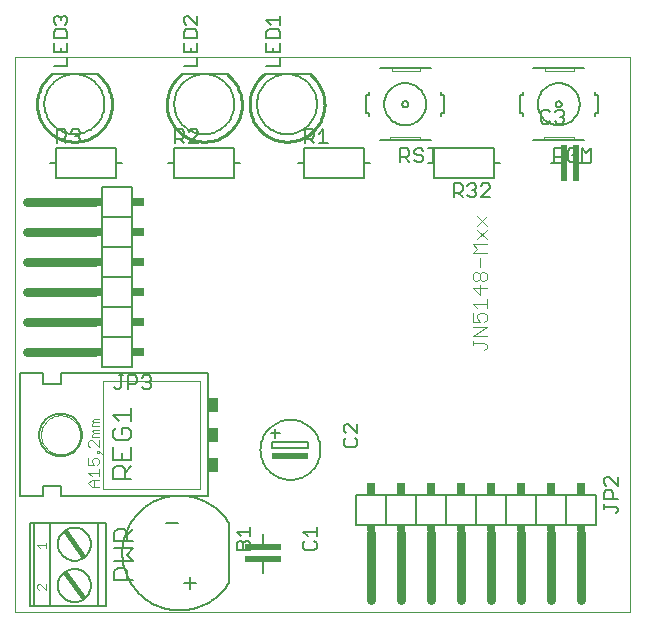
<source format=gto>
G75*
G70*
%OFA0B0*%
%FSLAX24Y24*%
%IPPOS*%
%LPD*%
%AMOC8*
5,1,8,0,0,1.08239X$1,22.5*
%
%ADD10C,0.0000*%
%ADD11R,0.1200X0.0200*%
%ADD12C,0.0050*%
%ADD13C,0.0070*%
%ADD14C,0.0160*%
%ADD15C,0.0059*%
%ADD16C,0.0040*%
%ADD17C,0.0060*%
%ADD18C,0.0020*%
%ADD19R,0.0200X0.1200*%
%ADD20C,0.0080*%
%ADD21C,0.0100*%
%ADD22C,0.0300*%
%ADD23R,0.0200X0.0300*%
%ADD24R,0.0400X0.0300*%
%ADD25R,0.0300X0.0200*%
%ADD26R,0.0300X0.0400*%
%ADD27R,0.0350X0.0500*%
D10*
X000258Y000893D02*
X000258Y019397D01*
X020731Y019397D01*
X020731Y000893D01*
X000258Y000893D01*
X001114Y006798D02*
X001116Y006848D01*
X001122Y006898D01*
X001132Y006948D01*
X001145Y006996D01*
X001162Y007044D01*
X001183Y007090D01*
X001207Y007134D01*
X001235Y007176D01*
X001266Y007216D01*
X001300Y007253D01*
X001337Y007288D01*
X001376Y007319D01*
X001417Y007348D01*
X001461Y007373D01*
X001507Y007395D01*
X001554Y007413D01*
X001602Y007427D01*
X001651Y007438D01*
X001701Y007445D01*
X001751Y007448D01*
X001802Y007447D01*
X001852Y007442D01*
X001902Y007433D01*
X001950Y007421D01*
X001998Y007404D01*
X002044Y007384D01*
X002089Y007361D01*
X002132Y007334D01*
X002172Y007304D01*
X002210Y007271D01*
X002245Y007235D01*
X002278Y007196D01*
X002307Y007155D01*
X002333Y007112D01*
X002356Y007067D01*
X002375Y007020D01*
X002390Y006972D01*
X002402Y006923D01*
X002410Y006873D01*
X002414Y006823D01*
X002414Y006773D01*
X002410Y006723D01*
X002402Y006673D01*
X002390Y006624D01*
X002375Y006576D01*
X002356Y006529D01*
X002333Y006484D01*
X002307Y006441D01*
X002278Y006400D01*
X002245Y006361D01*
X002210Y006325D01*
X002172Y006292D01*
X002132Y006262D01*
X002089Y006235D01*
X002044Y006212D01*
X001998Y006192D01*
X001950Y006175D01*
X001902Y006163D01*
X001852Y006154D01*
X001802Y006149D01*
X001751Y006148D01*
X001701Y006151D01*
X001651Y006158D01*
X001602Y006169D01*
X001554Y006183D01*
X001507Y006201D01*
X001461Y006223D01*
X001417Y006248D01*
X001376Y006277D01*
X001337Y006308D01*
X001300Y006343D01*
X001266Y006380D01*
X001235Y006420D01*
X001207Y006462D01*
X001183Y006506D01*
X001162Y006552D01*
X001145Y006600D01*
X001132Y006648D01*
X001122Y006698D01*
X001116Y006748D01*
X001114Y006798D01*
D11*
X008526Y003061D03*
X008526Y002661D03*
X009428Y006098D03*
D12*
X008428Y006298D02*
X008430Y006361D01*
X008436Y006423D01*
X008446Y006485D01*
X008459Y006547D01*
X008477Y006607D01*
X008498Y006666D01*
X008523Y006724D01*
X008552Y006780D01*
X008584Y006834D01*
X008619Y006886D01*
X008657Y006935D01*
X008699Y006983D01*
X008743Y007027D01*
X008791Y007069D01*
X008840Y007107D01*
X008892Y007142D01*
X008946Y007174D01*
X009002Y007203D01*
X009060Y007228D01*
X009119Y007249D01*
X009179Y007267D01*
X009241Y007280D01*
X009303Y007290D01*
X009365Y007296D01*
X009428Y007298D01*
X009491Y007296D01*
X009553Y007290D01*
X009615Y007280D01*
X009677Y007267D01*
X009737Y007249D01*
X009796Y007228D01*
X009854Y007203D01*
X009910Y007174D01*
X009964Y007142D01*
X010016Y007107D01*
X010065Y007069D01*
X010113Y007027D01*
X010157Y006983D01*
X010199Y006935D01*
X010237Y006886D01*
X010272Y006834D01*
X010304Y006780D01*
X010333Y006724D01*
X010358Y006666D01*
X010379Y006607D01*
X010397Y006547D01*
X010410Y006485D01*
X010420Y006423D01*
X010426Y006361D01*
X010428Y006298D01*
X010426Y006235D01*
X010420Y006173D01*
X010410Y006111D01*
X010397Y006049D01*
X010379Y005989D01*
X010358Y005930D01*
X010333Y005872D01*
X010304Y005816D01*
X010272Y005762D01*
X010237Y005710D01*
X010199Y005661D01*
X010157Y005613D01*
X010113Y005569D01*
X010065Y005527D01*
X010016Y005489D01*
X009964Y005454D01*
X009910Y005422D01*
X009854Y005393D01*
X009796Y005368D01*
X009737Y005347D01*
X009677Y005329D01*
X009615Y005316D01*
X009553Y005306D01*
X009491Y005300D01*
X009428Y005298D01*
X009365Y005300D01*
X009303Y005306D01*
X009241Y005316D01*
X009179Y005329D01*
X009119Y005347D01*
X009060Y005368D01*
X009002Y005393D01*
X008946Y005422D01*
X008892Y005454D01*
X008840Y005489D01*
X008791Y005527D01*
X008743Y005569D01*
X008699Y005613D01*
X008657Y005661D01*
X008619Y005710D01*
X008584Y005762D01*
X008552Y005816D01*
X008523Y005872D01*
X008498Y005930D01*
X008477Y005989D01*
X008459Y006049D01*
X008446Y006111D01*
X008436Y006173D01*
X008430Y006235D01*
X008428Y006298D01*
X008828Y006348D02*
X010028Y006348D01*
X010028Y006548D01*
X008828Y006548D01*
X008828Y006348D01*
X008928Y006698D02*
X008928Y006998D01*
X009078Y006848D02*
X008778Y006848D01*
X011202Y006938D02*
X011277Y006863D01*
X011202Y006938D02*
X011202Y007088D01*
X011277Y007163D01*
X011352Y007163D01*
X011653Y006863D01*
X011653Y007163D01*
X011578Y006703D02*
X011653Y006628D01*
X011653Y006477D01*
X011578Y006402D01*
X011277Y006402D01*
X011202Y006477D01*
X011202Y006628D01*
X011277Y006703D01*
X010301Y003726D02*
X010301Y003426D01*
X010301Y003576D02*
X009851Y003576D01*
X010001Y003426D01*
X009926Y003266D02*
X009851Y003191D01*
X009851Y003040D01*
X009926Y002965D01*
X010226Y002965D01*
X010301Y003040D01*
X010301Y003191D01*
X010226Y003266D01*
X008526Y003511D02*
X008526Y003011D01*
X008526Y002661D02*
X008526Y002211D01*
X008085Y002955D02*
X008085Y003181D01*
X008010Y003256D01*
X007935Y003256D01*
X007860Y003181D01*
X007860Y002955D01*
X008085Y002955D02*
X007635Y002955D01*
X007635Y003181D01*
X007710Y003256D01*
X007785Y003256D01*
X007860Y003181D01*
X007785Y003416D02*
X007635Y003566D01*
X008085Y003566D01*
X008085Y003416D02*
X008085Y003716D01*
X004698Y008335D02*
X004547Y008335D01*
X004472Y008410D01*
X004623Y008560D02*
X004698Y008560D01*
X004773Y008485D01*
X004773Y008410D01*
X004698Y008335D01*
X004698Y008560D02*
X004773Y008635D01*
X004773Y008710D01*
X004698Y008785D01*
X004547Y008785D01*
X004472Y008710D01*
X004312Y008710D02*
X004312Y008560D01*
X004237Y008485D01*
X004012Y008485D01*
X004012Y008335D02*
X004012Y008785D01*
X004237Y008785D01*
X004312Y008710D01*
X003852Y008785D02*
X003702Y008785D01*
X003777Y008785D02*
X003777Y008410D01*
X003702Y008335D01*
X003627Y008335D01*
X003552Y008410D01*
X001677Y003156D02*
X001679Y003203D01*
X001685Y003249D01*
X001695Y003295D01*
X001708Y003339D01*
X001726Y003383D01*
X001747Y003424D01*
X001771Y003464D01*
X001799Y003502D01*
X001830Y003537D01*
X001864Y003569D01*
X001900Y003598D01*
X001939Y003624D01*
X001979Y003647D01*
X002022Y003666D01*
X002066Y003682D01*
X002111Y003694D01*
X002157Y003702D01*
X002204Y003706D01*
X002250Y003706D01*
X002297Y003702D01*
X002343Y003694D01*
X002388Y003682D01*
X002432Y003666D01*
X002475Y003647D01*
X002515Y003624D01*
X002554Y003598D01*
X002590Y003569D01*
X002624Y003537D01*
X002655Y003502D01*
X002683Y003464D01*
X002707Y003424D01*
X002728Y003383D01*
X002746Y003339D01*
X002759Y003295D01*
X002769Y003249D01*
X002775Y003203D01*
X002777Y003156D01*
X002775Y003109D01*
X002769Y003063D01*
X002759Y003017D01*
X002746Y002973D01*
X002728Y002929D01*
X002707Y002888D01*
X002683Y002848D01*
X002655Y002810D01*
X002624Y002775D01*
X002590Y002743D01*
X002554Y002714D01*
X002515Y002688D01*
X002475Y002665D01*
X002432Y002646D01*
X002388Y002630D01*
X002343Y002618D01*
X002297Y002610D01*
X002250Y002606D01*
X002204Y002606D01*
X002157Y002610D01*
X002111Y002618D01*
X002066Y002630D01*
X002022Y002646D01*
X001979Y002665D01*
X001939Y002688D01*
X001900Y002714D01*
X001864Y002743D01*
X001830Y002775D01*
X001799Y002810D01*
X001771Y002848D01*
X001747Y002888D01*
X001726Y002929D01*
X001708Y002973D01*
X001695Y003017D01*
X001685Y003063D01*
X001679Y003109D01*
X001677Y003156D01*
X001677Y001778D02*
X001679Y001825D01*
X001685Y001871D01*
X001695Y001917D01*
X001708Y001961D01*
X001726Y002005D01*
X001747Y002046D01*
X001771Y002086D01*
X001799Y002124D01*
X001830Y002159D01*
X001864Y002191D01*
X001900Y002220D01*
X001939Y002246D01*
X001979Y002269D01*
X002022Y002288D01*
X002066Y002304D01*
X002111Y002316D01*
X002157Y002324D01*
X002204Y002328D01*
X002250Y002328D01*
X002297Y002324D01*
X002343Y002316D01*
X002388Y002304D01*
X002432Y002288D01*
X002475Y002269D01*
X002515Y002246D01*
X002554Y002220D01*
X002590Y002191D01*
X002624Y002159D01*
X002655Y002124D01*
X002683Y002086D01*
X002707Y002046D01*
X002728Y002005D01*
X002746Y001961D01*
X002759Y001917D01*
X002769Y001871D01*
X002775Y001825D01*
X002777Y001778D01*
X002775Y001731D01*
X002769Y001685D01*
X002759Y001639D01*
X002746Y001595D01*
X002728Y001551D01*
X002707Y001510D01*
X002683Y001470D01*
X002655Y001432D01*
X002624Y001397D01*
X002590Y001365D01*
X002554Y001336D01*
X002515Y001310D01*
X002475Y001287D01*
X002432Y001268D01*
X002388Y001252D01*
X002343Y001240D01*
X002297Y001232D01*
X002250Y001228D01*
X002204Y001228D01*
X002157Y001232D01*
X002111Y001240D01*
X002066Y001252D01*
X002022Y001268D01*
X001979Y001287D01*
X001939Y001310D01*
X001900Y001336D01*
X001864Y001365D01*
X001830Y001397D01*
X001799Y001432D01*
X001771Y001470D01*
X001747Y001510D01*
X001726Y001551D01*
X001708Y001595D01*
X001695Y001639D01*
X001685Y001685D01*
X001679Y001731D01*
X001677Y001778D01*
X014863Y014728D02*
X014863Y015179D01*
X015088Y015179D01*
X015163Y015104D01*
X015163Y014953D01*
X015088Y014878D01*
X014863Y014878D01*
X015013Y014878D02*
X015163Y014728D01*
X015323Y014803D02*
X015398Y014728D01*
X015548Y014728D01*
X015623Y014803D01*
X015623Y014878D01*
X015548Y014953D01*
X015473Y014953D01*
X015548Y014953D02*
X015623Y015028D01*
X015623Y015104D01*
X015548Y015179D01*
X015398Y015179D01*
X015323Y015104D01*
X015783Y015104D02*
X015859Y015179D01*
X016009Y015179D01*
X016084Y015104D01*
X016084Y015028D01*
X015783Y014728D01*
X016084Y014728D01*
X016219Y015353D02*
X016219Y015853D01*
X016219Y016353D01*
X014219Y016353D01*
X014219Y015853D01*
X014219Y015353D01*
X016219Y015353D01*
X016219Y015853D02*
X016419Y015853D01*
X017787Y017253D02*
X017862Y017178D01*
X018012Y017178D01*
X018087Y017253D01*
X018248Y017253D02*
X018323Y017178D01*
X018473Y017178D01*
X018548Y017253D01*
X018548Y017328D01*
X018473Y017403D01*
X018398Y017403D01*
X018473Y017403D02*
X018548Y017478D01*
X018548Y017554D01*
X018473Y017629D01*
X018323Y017629D01*
X018248Y017554D01*
X018087Y017554D02*
X018012Y017629D01*
X017862Y017629D01*
X017787Y017554D01*
X017787Y017253D01*
X018212Y016347D02*
X018438Y016347D01*
X018513Y016272D01*
X018513Y016122D01*
X018438Y016047D01*
X018212Y016047D01*
X018212Y015897D02*
X018212Y016347D01*
X018673Y016272D02*
X018673Y015972D01*
X018748Y015897D01*
X018898Y015897D01*
X018973Y015972D01*
X018973Y016122D01*
X018823Y016122D01*
X018973Y016272D02*
X018898Y016347D01*
X018748Y016347D01*
X018673Y016272D01*
X018612Y015853D02*
X018112Y015853D01*
X018962Y015853D02*
X019412Y015853D01*
X019433Y015897D02*
X019433Y016347D01*
X019283Y016197D01*
X019133Y016347D01*
X019133Y015897D01*
X014315Y016347D02*
X014015Y016347D01*
X014165Y016347D02*
X014165Y015897D01*
X014219Y015853D02*
X014019Y015853D01*
X013855Y015972D02*
X013780Y015897D01*
X013630Y015897D01*
X013555Y015972D01*
X013630Y016122D02*
X013555Y016197D01*
X013555Y016272D01*
X013630Y016347D01*
X013780Y016347D01*
X013855Y016272D01*
X013780Y016122D02*
X013855Y016047D01*
X013855Y015972D01*
X013780Y016122D02*
X013630Y016122D01*
X013394Y016122D02*
X013319Y016047D01*
X013094Y016047D01*
X013094Y015897D02*
X013094Y016347D01*
X013319Y016347D01*
X013394Y016272D01*
X013394Y016122D01*
X013244Y016047D02*
X013394Y015897D01*
X012088Y015853D02*
X011888Y015853D01*
X011888Y016353D01*
X009888Y016353D01*
X009888Y015853D01*
X009888Y015353D01*
X011888Y015353D01*
X011888Y015853D01*
X010674Y016528D02*
X010374Y016528D01*
X010524Y016528D02*
X010524Y016979D01*
X010374Y016828D01*
X010213Y016753D02*
X010138Y016678D01*
X009913Y016678D01*
X009913Y016528D02*
X009913Y016979D01*
X010138Y016979D01*
X010213Y016904D01*
X010213Y016753D01*
X010063Y016678D02*
X010213Y016528D01*
X009888Y015853D02*
X009688Y015853D01*
X007757Y015853D02*
X007557Y015853D01*
X007557Y016353D01*
X005557Y016353D01*
X005557Y015853D01*
X005557Y015353D01*
X007557Y015353D01*
X007557Y015853D01*
X006343Y016528D02*
X006043Y016528D01*
X006343Y016828D01*
X006343Y016904D01*
X006268Y016979D01*
X006118Y016979D01*
X006043Y016904D01*
X005883Y016904D02*
X005883Y016753D01*
X005808Y016678D01*
X005582Y016678D01*
X005582Y016528D02*
X005582Y016979D01*
X005808Y016979D01*
X005883Y016904D01*
X005733Y016678D02*
X005883Y016528D01*
X005557Y015853D02*
X005357Y015853D01*
X003820Y015853D02*
X003620Y015853D01*
X003620Y016353D01*
X001620Y016353D01*
X001620Y015853D01*
X001620Y015353D01*
X003620Y015353D01*
X003620Y015853D01*
X002406Y016603D02*
X002331Y016528D01*
X002181Y016528D01*
X002106Y016603D01*
X001946Y016528D02*
X001796Y016678D01*
X001871Y016678D02*
X001645Y016678D01*
X001645Y016528D02*
X001645Y016979D01*
X001871Y016979D01*
X001946Y016904D01*
X001946Y016753D01*
X001871Y016678D01*
X002106Y016904D02*
X002181Y016979D01*
X002331Y016979D01*
X002406Y016904D01*
X002406Y016828D01*
X002331Y016753D01*
X002406Y016678D01*
X002406Y016603D01*
X002331Y016753D02*
X002256Y016753D01*
X001620Y015853D02*
X001420Y015853D01*
X001541Y019097D02*
X001992Y019097D01*
X001992Y019397D01*
X001992Y019557D02*
X001992Y019857D01*
X001992Y020017D02*
X001992Y020243D01*
X001917Y020318D01*
X001616Y020318D01*
X001541Y020243D01*
X001541Y020017D01*
X001992Y020017D01*
X001767Y019707D02*
X001767Y019557D01*
X001992Y019557D02*
X001541Y019557D01*
X001541Y019857D01*
X001616Y020478D02*
X001541Y020553D01*
X001541Y020703D01*
X001616Y020778D01*
X001692Y020778D01*
X001767Y020703D01*
X001842Y020778D01*
X001917Y020778D01*
X001992Y020703D01*
X001992Y020553D01*
X001917Y020478D01*
X001767Y020628D02*
X001767Y020703D01*
X005872Y020703D02*
X005872Y020553D01*
X005947Y020478D01*
X005947Y020318D02*
X005872Y020243D01*
X005872Y020017D01*
X006322Y020017D01*
X006322Y020243D01*
X006247Y020318D01*
X005947Y020318D01*
X005872Y020703D02*
X005947Y020778D01*
X006022Y020778D01*
X006322Y020478D01*
X006322Y020778D01*
X006322Y019857D02*
X006322Y019557D01*
X005872Y019557D01*
X005872Y019857D01*
X006097Y019707D02*
X006097Y019557D01*
X006322Y019397D02*
X006322Y019097D01*
X005872Y019097D01*
X008628Y019097D02*
X009078Y019097D01*
X009078Y019397D01*
X009078Y019557D02*
X009078Y019857D01*
X009078Y020017D02*
X009078Y020243D01*
X009003Y020318D01*
X008703Y020318D01*
X008628Y020243D01*
X008628Y020017D01*
X009078Y020017D01*
X008853Y019707D02*
X008853Y019557D01*
X008628Y019557D02*
X008628Y019857D01*
X008628Y019557D02*
X009078Y019557D01*
X009078Y020478D02*
X009078Y020778D01*
X009078Y020628D02*
X008628Y020628D01*
X008778Y020478D01*
X019962Y005407D02*
X019887Y005332D01*
X019887Y005182D01*
X019962Y005107D01*
X019962Y004947D02*
X019887Y004872D01*
X019887Y004646D01*
X020338Y004646D01*
X020187Y004646D02*
X020187Y004872D01*
X020112Y004947D01*
X019962Y004947D01*
X020338Y005107D02*
X020037Y005407D01*
X019962Y005407D01*
X020338Y005407D02*
X020338Y005107D01*
X019887Y004486D02*
X019887Y004336D01*
X019887Y004411D02*
X020263Y004411D01*
X020338Y004336D01*
X020338Y004261D01*
X020263Y004186D01*
D13*
X004189Y003666D02*
X003979Y003456D01*
X003979Y003561D02*
X003979Y003245D01*
X004189Y003245D02*
X003559Y003245D01*
X003559Y003561D01*
X003664Y003666D01*
X003874Y003666D01*
X003979Y003561D01*
X004189Y003021D02*
X003559Y003021D01*
X003559Y002601D02*
X004189Y002601D01*
X003979Y002811D01*
X004189Y003021D01*
X003874Y002377D02*
X003664Y002377D01*
X003559Y002272D01*
X003559Y001956D01*
X004189Y001956D01*
X003979Y001956D02*
X003979Y002272D01*
X003874Y002377D01*
X003919Y005333D02*
X003919Y005648D01*
X003814Y005753D01*
X003603Y005753D01*
X003498Y005648D01*
X003498Y005333D01*
X004129Y005333D01*
X003919Y005543D02*
X004129Y005753D01*
X004129Y005978D02*
X004129Y006398D01*
X004024Y006622D02*
X004129Y006727D01*
X004129Y006937D01*
X004024Y007043D01*
X003814Y007043D01*
X003814Y006832D01*
X004024Y006622D02*
X003603Y006622D01*
X003498Y006727D01*
X003498Y006937D01*
X003603Y007043D01*
X003708Y007267D02*
X003498Y007477D01*
X004129Y007477D01*
X004129Y007267D02*
X004129Y007687D01*
X003498Y006398D02*
X003498Y005978D01*
X004129Y005978D01*
X003814Y005978D02*
X003814Y006188D01*
D14*
X001931Y003550D02*
X002522Y002763D01*
X001931Y002172D02*
X002522Y001385D01*
D15*
X003014Y001089D02*
X003014Y003845D01*
X003290Y003845D01*
X003290Y001089D01*
X003014Y001089D01*
X001400Y001089D01*
X000888Y001089D01*
X000888Y003845D01*
X001400Y003845D01*
X001400Y001089D01*
X000888Y001089D02*
X000731Y001089D01*
X000731Y003845D01*
X000888Y003845D01*
X001400Y003845D02*
X003014Y003845D01*
D16*
X003044Y005068D02*
X002810Y005068D01*
X002694Y005185D01*
X002810Y005302D01*
X003044Y005302D01*
X003044Y005427D02*
X003044Y005661D01*
X003044Y005544D02*
X002694Y005544D01*
X002810Y005427D01*
X002869Y005302D02*
X002869Y005068D01*
X002869Y005786D02*
X002810Y005903D01*
X002810Y005961D01*
X002869Y006020D01*
X002985Y006020D01*
X003044Y005961D01*
X003044Y005845D01*
X002985Y005786D01*
X002869Y005786D02*
X002694Y005786D01*
X002694Y006020D01*
X002985Y006204D02*
X003044Y006204D01*
X003044Y006262D01*
X002985Y006262D01*
X002985Y006204D01*
X003044Y006262D02*
X003161Y006145D01*
X003044Y006385D02*
X002810Y006618D01*
X002752Y006618D01*
X002694Y006560D01*
X002694Y006443D01*
X002752Y006385D01*
X002810Y006744D02*
X002810Y006802D01*
X002869Y006861D01*
X002810Y006919D01*
X002869Y006977D01*
X003044Y006977D01*
X003044Y006861D02*
X002869Y006861D01*
X002810Y006744D02*
X003044Y006744D01*
X003044Y006618D02*
X003044Y006385D01*
X003044Y007103D02*
X002810Y007103D01*
X002810Y007161D01*
X002869Y007220D01*
X002810Y007278D01*
X002869Y007336D01*
X003044Y007336D01*
X003044Y007220D02*
X002869Y007220D01*
X001267Y003206D02*
X001267Y003020D01*
X001267Y003113D02*
X000987Y003113D01*
X001080Y003020D01*
X001080Y001828D02*
X001033Y001828D01*
X000987Y001782D01*
X000987Y001688D01*
X001033Y001642D01*
X001080Y001828D02*
X001267Y001642D01*
X001267Y001828D01*
X015502Y009785D02*
X015502Y009938D01*
X015502Y009861D02*
X015886Y009861D01*
X015963Y009785D01*
X015963Y009708D01*
X015886Y009631D01*
X015963Y010091D02*
X015502Y010091D01*
X015963Y010398D01*
X015502Y010398D01*
X015502Y010552D02*
X015733Y010552D01*
X015656Y010705D01*
X015656Y010782D01*
X015733Y010859D01*
X015886Y010859D01*
X015963Y010782D01*
X015963Y010629D01*
X015886Y010552D01*
X015502Y010552D02*
X015502Y010859D01*
X015656Y011012D02*
X015502Y011166D01*
X015963Y011166D01*
X015963Y011319D02*
X015963Y011012D01*
X015733Y011473D02*
X015733Y011779D01*
X015809Y011933D02*
X015733Y012010D01*
X015733Y012163D01*
X015809Y012240D01*
X015886Y012240D01*
X015963Y012163D01*
X015963Y012010D01*
X015886Y011933D01*
X015809Y011933D01*
X015733Y012010D02*
X015656Y011933D01*
X015579Y011933D01*
X015502Y012010D01*
X015502Y012163D01*
X015579Y012240D01*
X015656Y012240D01*
X015733Y012163D01*
X015733Y012393D02*
X015733Y012700D01*
X015963Y012854D02*
X015502Y012854D01*
X015656Y013007D01*
X015502Y013160D01*
X015963Y013160D01*
X015963Y013314D02*
X015656Y013621D01*
X015656Y013774D02*
X015963Y014081D01*
X015963Y013774D02*
X015656Y014081D01*
X015963Y013621D02*
X015656Y013314D01*
X015502Y011703D02*
X015733Y011473D01*
X015963Y011703D02*
X015502Y011703D01*
D17*
X014100Y016622D02*
X013750Y016622D01*
X012750Y016622D01*
X012400Y016622D01*
X012050Y017422D02*
X012050Y017522D01*
X011950Y017522D01*
X011950Y018122D01*
X012050Y018122D01*
X012050Y018222D01*
X012400Y019022D02*
X012800Y019022D01*
X013750Y019022D01*
X014100Y019022D01*
X014450Y018222D02*
X014450Y018122D01*
X014550Y018122D01*
X014550Y017522D01*
X014450Y017522D01*
X014450Y017422D01*
X013150Y017822D02*
X013152Y017842D01*
X013158Y017860D01*
X013167Y017878D01*
X013179Y017893D01*
X013194Y017905D01*
X013212Y017914D01*
X013230Y017920D01*
X013250Y017922D01*
X013270Y017920D01*
X013288Y017914D01*
X013306Y017905D01*
X013321Y017893D01*
X013333Y017878D01*
X013342Y017860D01*
X013348Y017842D01*
X013350Y017822D01*
X013348Y017802D01*
X013342Y017784D01*
X013333Y017766D01*
X013321Y017751D01*
X013306Y017739D01*
X013288Y017730D01*
X013270Y017724D01*
X013250Y017722D01*
X013230Y017724D01*
X013212Y017730D01*
X013194Y017739D01*
X013179Y017751D01*
X013167Y017766D01*
X013158Y017784D01*
X013152Y017802D01*
X013150Y017822D01*
X012550Y017822D02*
X012552Y017874D01*
X012558Y017926D01*
X012568Y017978D01*
X012581Y018028D01*
X012598Y018078D01*
X012619Y018126D01*
X012644Y018172D01*
X012672Y018216D01*
X012703Y018258D01*
X012737Y018298D01*
X012774Y018335D01*
X012814Y018369D01*
X012856Y018400D01*
X012900Y018428D01*
X012946Y018453D01*
X012994Y018474D01*
X013044Y018491D01*
X013094Y018504D01*
X013146Y018514D01*
X013198Y018520D01*
X013250Y018522D01*
X013302Y018520D01*
X013354Y018514D01*
X013406Y018504D01*
X013456Y018491D01*
X013506Y018474D01*
X013554Y018453D01*
X013600Y018428D01*
X013644Y018400D01*
X013686Y018369D01*
X013726Y018335D01*
X013763Y018298D01*
X013797Y018258D01*
X013828Y018216D01*
X013856Y018172D01*
X013881Y018126D01*
X013902Y018078D01*
X013919Y018028D01*
X013932Y017978D01*
X013942Y017926D01*
X013948Y017874D01*
X013950Y017822D01*
X013948Y017770D01*
X013942Y017718D01*
X013932Y017666D01*
X013919Y017616D01*
X013902Y017566D01*
X013881Y017518D01*
X013856Y017472D01*
X013828Y017428D01*
X013797Y017386D01*
X013763Y017346D01*
X013726Y017309D01*
X013686Y017275D01*
X013644Y017244D01*
X013600Y017216D01*
X013554Y017191D01*
X013506Y017170D01*
X013456Y017153D01*
X013406Y017140D01*
X013354Y017130D01*
X013302Y017124D01*
X013250Y017122D01*
X013198Y017124D01*
X013146Y017130D01*
X013094Y017140D01*
X013044Y017153D01*
X012994Y017170D01*
X012946Y017191D01*
X012900Y017216D01*
X012856Y017244D01*
X012814Y017275D01*
X012774Y017309D01*
X012737Y017346D01*
X012703Y017386D01*
X012672Y017428D01*
X012644Y017472D01*
X012619Y017518D01*
X012598Y017566D01*
X012581Y017616D01*
X012568Y017666D01*
X012558Y017718D01*
X012552Y017770D01*
X012550Y017822D01*
X008313Y017822D02*
X008315Y017885D01*
X008321Y017947D01*
X008331Y018009D01*
X008344Y018071D01*
X008362Y018131D01*
X008383Y018190D01*
X008408Y018248D01*
X008437Y018304D01*
X008469Y018358D01*
X008504Y018410D01*
X008542Y018459D01*
X008584Y018507D01*
X008628Y018551D01*
X008676Y018593D01*
X008725Y018631D01*
X008777Y018666D01*
X008831Y018698D01*
X008887Y018727D01*
X008945Y018752D01*
X009004Y018773D01*
X009064Y018791D01*
X009126Y018804D01*
X009188Y018814D01*
X009250Y018820D01*
X009313Y018822D01*
X009376Y018820D01*
X009438Y018814D01*
X009500Y018804D01*
X009562Y018791D01*
X009622Y018773D01*
X009681Y018752D01*
X009739Y018727D01*
X009795Y018698D01*
X009849Y018666D01*
X009901Y018631D01*
X009950Y018593D01*
X009998Y018551D01*
X010042Y018507D01*
X010084Y018459D01*
X010122Y018410D01*
X010157Y018358D01*
X010189Y018304D01*
X010218Y018248D01*
X010243Y018190D01*
X010264Y018131D01*
X010282Y018071D01*
X010295Y018009D01*
X010305Y017947D01*
X010311Y017885D01*
X010313Y017822D01*
X010311Y017759D01*
X010305Y017697D01*
X010295Y017635D01*
X010282Y017573D01*
X010264Y017513D01*
X010243Y017454D01*
X010218Y017396D01*
X010189Y017340D01*
X010157Y017286D01*
X010122Y017234D01*
X010084Y017185D01*
X010042Y017137D01*
X009998Y017093D01*
X009950Y017051D01*
X009901Y017013D01*
X009849Y016978D01*
X009795Y016946D01*
X009739Y016917D01*
X009681Y016892D01*
X009622Y016871D01*
X009562Y016853D01*
X009500Y016840D01*
X009438Y016830D01*
X009376Y016824D01*
X009313Y016822D01*
X009250Y016824D01*
X009188Y016830D01*
X009126Y016840D01*
X009064Y016853D01*
X009004Y016871D01*
X008945Y016892D01*
X008887Y016917D01*
X008831Y016946D01*
X008777Y016978D01*
X008725Y017013D01*
X008676Y017051D01*
X008628Y017093D01*
X008584Y017137D01*
X008542Y017185D01*
X008504Y017234D01*
X008469Y017286D01*
X008437Y017340D01*
X008408Y017396D01*
X008383Y017454D01*
X008362Y017513D01*
X008344Y017573D01*
X008331Y017635D01*
X008321Y017697D01*
X008315Y017759D01*
X008313Y017822D01*
X005557Y017822D02*
X005559Y017885D01*
X005565Y017947D01*
X005575Y018009D01*
X005588Y018071D01*
X005606Y018131D01*
X005627Y018190D01*
X005652Y018248D01*
X005681Y018304D01*
X005713Y018358D01*
X005748Y018410D01*
X005786Y018459D01*
X005828Y018507D01*
X005872Y018551D01*
X005920Y018593D01*
X005969Y018631D01*
X006021Y018666D01*
X006075Y018698D01*
X006131Y018727D01*
X006189Y018752D01*
X006248Y018773D01*
X006308Y018791D01*
X006370Y018804D01*
X006432Y018814D01*
X006494Y018820D01*
X006557Y018822D01*
X006620Y018820D01*
X006682Y018814D01*
X006744Y018804D01*
X006806Y018791D01*
X006866Y018773D01*
X006925Y018752D01*
X006983Y018727D01*
X007039Y018698D01*
X007093Y018666D01*
X007145Y018631D01*
X007194Y018593D01*
X007242Y018551D01*
X007286Y018507D01*
X007328Y018459D01*
X007366Y018410D01*
X007401Y018358D01*
X007433Y018304D01*
X007462Y018248D01*
X007487Y018190D01*
X007508Y018131D01*
X007526Y018071D01*
X007539Y018009D01*
X007549Y017947D01*
X007555Y017885D01*
X007557Y017822D01*
X007555Y017759D01*
X007549Y017697D01*
X007539Y017635D01*
X007526Y017573D01*
X007508Y017513D01*
X007487Y017454D01*
X007462Y017396D01*
X007433Y017340D01*
X007401Y017286D01*
X007366Y017234D01*
X007328Y017185D01*
X007286Y017137D01*
X007242Y017093D01*
X007194Y017051D01*
X007145Y017013D01*
X007093Y016978D01*
X007039Y016946D01*
X006983Y016917D01*
X006925Y016892D01*
X006866Y016871D01*
X006806Y016853D01*
X006744Y016840D01*
X006682Y016830D01*
X006620Y016824D01*
X006557Y016822D01*
X006494Y016824D01*
X006432Y016830D01*
X006370Y016840D01*
X006308Y016853D01*
X006248Y016871D01*
X006189Y016892D01*
X006131Y016917D01*
X006075Y016946D01*
X006021Y016978D01*
X005969Y017013D01*
X005920Y017051D01*
X005872Y017093D01*
X005828Y017137D01*
X005786Y017185D01*
X005748Y017234D01*
X005713Y017286D01*
X005681Y017340D01*
X005652Y017396D01*
X005627Y017454D01*
X005606Y017513D01*
X005588Y017573D01*
X005575Y017635D01*
X005565Y017697D01*
X005559Y017759D01*
X005557Y017822D01*
X004158Y015060D02*
X003158Y015060D01*
X003158Y014060D01*
X003158Y013060D01*
X003158Y012060D01*
X003158Y011060D01*
X003158Y010060D01*
X003158Y009060D01*
X004158Y009060D01*
X004158Y010060D01*
X004158Y011060D01*
X004158Y012060D01*
X004158Y013060D01*
X004158Y014060D01*
X004158Y015060D01*
X004158Y014060D02*
X003158Y014060D01*
X003158Y013060D02*
X004158Y013060D01*
X004158Y012060D02*
X003158Y012060D01*
X003158Y011060D02*
X004158Y011060D01*
X004158Y010060D02*
X003158Y010060D01*
X001764Y008848D02*
X001764Y008498D01*
X001164Y008498D01*
X001164Y008848D01*
X000414Y008848D01*
X000414Y004748D01*
X001164Y004748D01*
X001164Y005098D01*
X001764Y005098D01*
X001764Y004748D01*
X006664Y004748D01*
X006664Y008848D01*
X001764Y008848D01*
X001054Y006798D02*
X001056Y006851D01*
X001062Y006904D01*
X001072Y006956D01*
X001086Y007007D01*
X001103Y007057D01*
X001124Y007106D01*
X001149Y007153D01*
X001177Y007198D01*
X001209Y007241D01*
X001244Y007281D01*
X001281Y007318D01*
X001321Y007353D01*
X001364Y007385D01*
X001409Y007413D01*
X001456Y007438D01*
X001505Y007459D01*
X001555Y007476D01*
X001606Y007490D01*
X001658Y007500D01*
X001711Y007506D01*
X001764Y007508D01*
X001817Y007506D01*
X001870Y007500D01*
X001922Y007490D01*
X001973Y007476D01*
X002023Y007459D01*
X002072Y007438D01*
X002119Y007413D01*
X002164Y007385D01*
X002207Y007353D01*
X002247Y007318D01*
X002284Y007281D01*
X002319Y007241D01*
X002351Y007198D01*
X002379Y007153D01*
X002404Y007106D01*
X002425Y007057D01*
X002442Y007007D01*
X002456Y006956D01*
X002466Y006904D01*
X002472Y006851D01*
X002474Y006798D01*
X002472Y006745D01*
X002466Y006692D01*
X002456Y006640D01*
X002442Y006589D01*
X002425Y006539D01*
X002404Y006490D01*
X002379Y006443D01*
X002351Y006398D01*
X002319Y006355D01*
X002284Y006315D01*
X002247Y006278D01*
X002207Y006243D01*
X002164Y006211D01*
X002119Y006183D01*
X002072Y006158D01*
X002023Y006137D01*
X001973Y006120D01*
X001922Y006106D01*
X001870Y006096D01*
X001817Y006090D01*
X001764Y006088D01*
X001711Y006090D01*
X001658Y006096D01*
X001606Y006106D01*
X001555Y006120D01*
X001505Y006137D01*
X001456Y006158D01*
X001409Y006183D01*
X001364Y006211D01*
X001321Y006243D01*
X001281Y006278D01*
X001244Y006315D01*
X001209Y006355D01*
X001177Y006398D01*
X001149Y006443D01*
X001124Y006490D01*
X001103Y006539D01*
X001086Y006589D01*
X001072Y006640D01*
X001062Y006692D01*
X001056Y006745D01*
X001054Y006798D01*
X005270Y003861D02*
X005670Y003861D01*
X007370Y003861D02*
X007319Y003940D01*
X007265Y004016D01*
X007206Y004089D01*
X007144Y004160D01*
X007079Y004227D01*
X007011Y004291D01*
X006940Y004351D01*
X006865Y004408D01*
X006788Y004462D01*
X006709Y004511D01*
X006627Y004557D01*
X006543Y004598D01*
X006457Y004635D01*
X006369Y004669D01*
X006280Y004697D01*
X006190Y004722D01*
X006098Y004742D01*
X006006Y004757D01*
X005913Y004768D01*
X005820Y004774D01*
X005726Y004776D01*
X005632Y004773D01*
X005539Y004766D01*
X005446Y004754D01*
X005354Y004737D01*
X005263Y004716D01*
X005173Y004691D01*
X005084Y004661D01*
X004997Y004627D01*
X004911Y004589D01*
X004828Y004546D01*
X004746Y004500D01*
X004667Y004449D01*
X004591Y004395D01*
X004517Y004337D01*
X004447Y004276D01*
X004379Y004211D01*
X004315Y004143D01*
X004254Y004072D01*
X004196Y003998D01*
X004142Y003921D01*
X004092Y003842D01*
X004046Y003761D01*
X004005Y003677D01*
X003967Y003591D01*
X003933Y003504D01*
X003904Y003415D01*
X003879Y003325D01*
X003859Y003233D01*
X003843Y003141D01*
X003831Y003048D01*
X003824Y002955D01*
X003822Y002861D01*
X003824Y002767D01*
X003831Y002674D01*
X003843Y002581D01*
X003859Y002489D01*
X003879Y002397D01*
X003904Y002307D01*
X003933Y002218D01*
X003967Y002131D01*
X004005Y002045D01*
X004046Y001961D01*
X004092Y001880D01*
X004142Y001801D01*
X004196Y001724D01*
X004254Y001650D01*
X004315Y001579D01*
X004379Y001511D01*
X004447Y001446D01*
X004517Y001385D01*
X004591Y001327D01*
X004667Y001273D01*
X004746Y001222D01*
X004828Y001176D01*
X004911Y001133D01*
X004997Y001095D01*
X005084Y001061D01*
X005173Y001031D01*
X005263Y001006D01*
X005354Y000985D01*
X005446Y000968D01*
X005539Y000956D01*
X005632Y000949D01*
X005726Y000946D01*
X005820Y000948D01*
X005913Y000954D01*
X006006Y000965D01*
X006098Y000980D01*
X006190Y001000D01*
X006280Y001025D01*
X006369Y001053D01*
X006457Y001087D01*
X006543Y001124D01*
X006627Y001165D01*
X006709Y001211D01*
X006788Y001260D01*
X006865Y001314D01*
X006940Y001371D01*
X007011Y001431D01*
X007079Y001495D01*
X007144Y001562D01*
X007206Y001633D01*
X007265Y001706D01*
X007319Y001782D01*
X007370Y001861D01*
X007370Y003861D01*
X006070Y002061D02*
X006070Y001661D01*
X006270Y001861D02*
X005870Y001861D01*
X011613Y003792D02*
X012613Y003792D01*
X013613Y003792D01*
X014613Y003792D01*
X015613Y003792D01*
X016613Y003792D01*
X017613Y003792D01*
X018613Y003792D01*
X019613Y003792D01*
X019613Y004792D01*
X018613Y004792D01*
X017613Y004792D01*
X016613Y004792D01*
X015613Y004792D01*
X014613Y004792D01*
X013613Y004792D01*
X012613Y004792D01*
X011613Y004792D01*
X011613Y003792D01*
X012613Y003792D02*
X012613Y004792D01*
X013613Y004792D02*
X013613Y003792D01*
X014613Y003792D02*
X014613Y004792D01*
X015613Y004792D02*
X015613Y003792D01*
X016613Y003792D02*
X016613Y004792D01*
X017613Y004792D02*
X017613Y003792D01*
X018613Y003792D02*
X018613Y004792D01*
X018869Y016622D02*
X017869Y016622D01*
X017519Y016622D01*
X017169Y017422D02*
X017169Y017522D01*
X017069Y017522D01*
X017069Y018122D01*
X017169Y018122D01*
X017169Y018222D01*
X017519Y019022D02*
X017919Y019022D01*
X018869Y019022D01*
X019219Y019022D01*
X019569Y018222D02*
X019569Y018122D01*
X019669Y018122D01*
X019669Y017522D01*
X019569Y017522D01*
X019569Y017422D01*
X019219Y016622D02*
X018869Y016622D01*
X018269Y017822D02*
X018271Y017842D01*
X018277Y017860D01*
X018286Y017878D01*
X018298Y017893D01*
X018313Y017905D01*
X018331Y017914D01*
X018349Y017920D01*
X018369Y017922D01*
X018389Y017920D01*
X018407Y017914D01*
X018425Y017905D01*
X018440Y017893D01*
X018452Y017878D01*
X018461Y017860D01*
X018467Y017842D01*
X018469Y017822D01*
X018467Y017802D01*
X018461Y017784D01*
X018452Y017766D01*
X018440Y017751D01*
X018425Y017739D01*
X018407Y017730D01*
X018389Y017724D01*
X018369Y017722D01*
X018349Y017724D01*
X018331Y017730D01*
X018313Y017739D01*
X018298Y017751D01*
X018286Y017766D01*
X018277Y017784D01*
X018271Y017802D01*
X018269Y017822D01*
X017669Y017822D02*
X017671Y017874D01*
X017677Y017926D01*
X017687Y017978D01*
X017700Y018028D01*
X017717Y018078D01*
X017738Y018126D01*
X017763Y018172D01*
X017791Y018216D01*
X017822Y018258D01*
X017856Y018298D01*
X017893Y018335D01*
X017933Y018369D01*
X017975Y018400D01*
X018019Y018428D01*
X018065Y018453D01*
X018113Y018474D01*
X018163Y018491D01*
X018213Y018504D01*
X018265Y018514D01*
X018317Y018520D01*
X018369Y018522D01*
X018421Y018520D01*
X018473Y018514D01*
X018525Y018504D01*
X018575Y018491D01*
X018625Y018474D01*
X018673Y018453D01*
X018719Y018428D01*
X018763Y018400D01*
X018805Y018369D01*
X018845Y018335D01*
X018882Y018298D01*
X018916Y018258D01*
X018947Y018216D01*
X018975Y018172D01*
X019000Y018126D01*
X019021Y018078D01*
X019038Y018028D01*
X019051Y017978D01*
X019061Y017926D01*
X019067Y017874D01*
X019069Y017822D01*
X019067Y017770D01*
X019061Y017718D01*
X019051Y017666D01*
X019038Y017616D01*
X019021Y017566D01*
X019000Y017518D01*
X018975Y017472D01*
X018947Y017428D01*
X018916Y017386D01*
X018882Y017346D01*
X018845Y017309D01*
X018805Y017275D01*
X018763Y017244D01*
X018719Y017216D01*
X018673Y017191D01*
X018625Y017170D01*
X018575Y017153D01*
X018525Y017140D01*
X018473Y017130D01*
X018421Y017124D01*
X018369Y017122D01*
X018317Y017124D01*
X018265Y017130D01*
X018213Y017140D01*
X018163Y017153D01*
X018113Y017170D01*
X018065Y017191D01*
X018019Y017216D01*
X017975Y017244D01*
X017933Y017275D01*
X017893Y017309D01*
X017856Y017346D01*
X017822Y017386D01*
X017791Y017428D01*
X017763Y017472D01*
X017738Y017518D01*
X017717Y017566D01*
X017700Y017616D01*
X017687Y017666D01*
X017677Y017718D01*
X017671Y017770D01*
X017669Y017822D01*
X001227Y017822D02*
X001229Y017885D01*
X001235Y017947D01*
X001245Y018009D01*
X001258Y018071D01*
X001276Y018131D01*
X001297Y018190D01*
X001322Y018248D01*
X001351Y018304D01*
X001383Y018358D01*
X001418Y018410D01*
X001456Y018459D01*
X001498Y018507D01*
X001542Y018551D01*
X001590Y018593D01*
X001639Y018631D01*
X001691Y018666D01*
X001745Y018698D01*
X001801Y018727D01*
X001859Y018752D01*
X001918Y018773D01*
X001978Y018791D01*
X002040Y018804D01*
X002102Y018814D01*
X002164Y018820D01*
X002227Y018822D01*
X002290Y018820D01*
X002352Y018814D01*
X002414Y018804D01*
X002476Y018791D01*
X002536Y018773D01*
X002595Y018752D01*
X002653Y018727D01*
X002709Y018698D01*
X002763Y018666D01*
X002815Y018631D01*
X002864Y018593D01*
X002912Y018551D01*
X002956Y018507D01*
X002998Y018459D01*
X003036Y018410D01*
X003071Y018358D01*
X003103Y018304D01*
X003132Y018248D01*
X003157Y018190D01*
X003178Y018131D01*
X003196Y018071D01*
X003209Y018009D01*
X003219Y017947D01*
X003225Y017885D01*
X003227Y017822D01*
X003225Y017759D01*
X003219Y017697D01*
X003209Y017635D01*
X003196Y017573D01*
X003178Y017513D01*
X003157Y017454D01*
X003132Y017396D01*
X003103Y017340D01*
X003071Y017286D01*
X003036Y017234D01*
X002998Y017185D01*
X002956Y017137D01*
X002912Y017093D01*
X002864Y017051D01*
X002815Y017013D01*
X002763Y016978D01*
X002709Y016946D01*
X002653Y016917D01*
X002595Y016892D01*
X002536Y016871D01*
X002476Y016853D01*
X002414Y016840D01*
X002352Y016830D01*
X002290Y016824D01*
X002227Y016822D01*
X002164Y016824D01*
X002102Y016830D01*
X002040Y016840D01*
X001978Y016853D01*
X001918Y016871D01*
X001859Y016892D01*
X001801Y016917D01*
X001745Y016946D01*
X001691Y016978D01*
X001639Y017013D01*
X001590Y017051D01*
X001542Y017093D01*
X001498Y017137D01*
X001456Y017185D01*
X001418Y017234D01*
X001383Y017286D01*
X001351Y017340D01*
X001322Y017396D01*
X001297Y017454D01*
X001276Y017513D01*
X001258Y017573D01*
X001245Y017635D01*
X001235Y017697D01*
X001229Y017759D01*
X001227Y017822D01*
D18*
X003164Y008598D02*
X003164Y004998D01*
X006414Y004998D01*
X006414Y008598D01*
X003164Y008598D01*
X012750Y016622D02*
X012750Y016722D01*
X013750Y016722D01*
X013750Y016622D01*
X013750Y018922D02*
X012800Y018922D01*
X012800Y019022D01*
X013750Y019022D02*
X013750Y018922D01*
X017919Y018922D02*
X017919Y019022D01*
X017919Y018922D02*
X018869Y018922D01*
X018869Y019022D01*
X018869Y016722D02*
X017869Y016722D01*
X017869Y016622D01*
X018869Y016622D02*
X018869Y016722D01*
D19*
X018962Y015853D03*
X018562Y015853D03*
D20*
X010063Y018822D02*
X008563Y018822D01*
X007307Y018822D02*
X005807Y018822D01*
X002977Y018822D02*
X001477Y018822D01*
D21*
X001423Y018779D01*
X001371Y018733D01*
X001322Y018684D01*
X001275Y018632D01*
X001232Y018578D01*
X001191Y018522D01*
X001154Y018463D01*
X001120Y018403D01*
X001090Y018340D01*
X001063Y018277D01*
X001039Y018211D01*
X001019Y018145D01*
X001003Y018077D01*
X000991Y018009D01*
X000983Y017940D01*
X000978Y017871D01*
X000977Y017801D01*
X000980Y017732D01*
X000987Y017663D01*
X000998Y017595D01*
X001012Y017527D01*
X001031Y017460D01*
X001053Y017394D01*
X001078Y017329D01*
X001107Y017266D01*
X001140Y017205D01*
X001176Y017146D01*
X001215Y017089D01*
X001257Y017033D01*
X001302Y016981D01*
X001350Y016931D01*
X001401Y016884D01*
X001455Y016839D01*
X001510Y016798D01*
X001568Y016760D01*
X001628Y016725D01*
X001690Y016693D01*
X001753Y016665D01*
X001818Y016641D01*
X001884Y016620D01*
X001952Y016603D01*
X002020Y016589D01*
X002089Y016580D01*
X002158Y016574D01*
X002227Y016572D01*
X002296Y016574D01*
X002365Y016580D01*
X002434Y016589D01*
X002502Y016603D01*
X002570Y016620D01*
X002636Y016641D01*
X002701Y016665D01*
X002764Y016693D01*
X002826Y016725D01*
X002886Y016760D01*
X002944Y016798D01*
X002999Y016839D01*
X003053Y016884D01*
X003104Y016931D01*
X003152Y016981D01*
X003197Y017033D01*
X003239Y017089D01*
X003278Y017146D01*
X003314Y017205D01*
X003347Y017266D01*
X003376Y017329D01*
X003401Y017394D01*
X003423Y017460D01*
X003442Y017527D01*
X003456Y017595D01*
X003467Y017663D01*
X003474Y017732D01*
X003477Y017801D01*
X003476Y017871D01*
X003471Y017940D01*
X003463Y018009D01*
X003451Y018077D01*
X003435Y018145D01*
X003415Y018211D01*
X003391Y018277D01*
X003364Y018340D01*
X003334Y018403D01*
X003300Y018463D01*
X003263Y018522D01*
X003222Y018578D01*
X003179Y018632D01*
X003132Y018684D01*
X003083Y018733D01*
X003031Y018779D01*
X002977Y018822D01*
X005807Y018822D02*
X005753Y018779D01*
X005701Y018733D01*
X005652Y018684D01*
X005605Y018632D01*
X005562Y018578D01*
X005521Y018522D01*
X005484Y018463D01*
X005450Y018403D01*
X005420Y018340D01*
X005393Y018277D01*
X005369Y018211D01*
X005349Y018145D01*
X005333Y018077D01*
X005321Y018009D01*
X005313Y017940D01*
X005308Y017871D01*
X005307Y017801D01*
X005310Y017732D01*
X005317Y017663D01*
X005328Y017595D01*
X005342Y017527D01*
X005361Y017460D01*
X005383Y017394D01*
X005408Y017329D01*
X005437Y017266D01*
X005470Y017205D01*
X005506Y017146D01*
X005545Y017089D01*
X005587Y017033D01*
X005632Y016981D01*
X005680Y016931D01*
X005731Y016884D01*
X005785Y016839D01*
X005840Y016798D01*
X005898Y016760D01*
X005958Y016725D01*
X006020Y016693D01*
X006083Y016665D01*
X006148Y016641D01*
X006214Y016620D01*
X006282Y016603D01*
X006350Y016589D01*
X006419Y016580D01*
X006488Y016574D01*
X006557Y016572D01*
X006626Y016574D01*
X006695Y016580D01*
X006764Y016589D01*
X006832Y016603D01*
X006900Y016620D01*
X006966Y016641D01*
X007031Y016665D01*
X007094Y016693D01*
X007156Y016725D01*
X007216Y016760D01*
X007274Y016798D01*
X007329Y016839D01*
X007383Y016884D01*
X007434Y016931D01*
X007482Y016981D01*
X007527Y017033D01*
X007569Y017089D01*
X007608Y017146D01*
X007644Y017205D01*
X007677Y017266D01*
X007706Y017329D01*
X007731Y017394D01*
X007753Y017460D01*
X007772Y017527D01*
X007786Y017595D01*
X007797Y017663D01*
X007804Y017732D01*
X007807Y017801D01*
X007806Y017871D01*
X007801Y017940D01*
X007793Y018009D01*
X007781Y018077D01*
X007765Y018145D01*
X007745Y018211D01*
X007721Y018277D01*
X007694Y018340D01*
X007664Y018403D01*
X007630Y018463D01*
X007593Y018522D01*
X007552Y018578D01*
X007509Y018632D01*
X007462Y018684D01*
X007413Y018733D01*
X007361Y018779D01*
X007307Y018822D01*
X008563Y018822D02*
X008509Y018779D01*
X008457Y018733D01*
X008408Y018684D01*
X008361Y018632D01*
X008318Y018578D01*
X008277Y018522D01*
X008240Y018463D01*
X008206Y018403D01*
X008176Y018340D01*
X008149Y018277D01*
X008125Y018211D01*
X008105Y018145D01*
X008089Y018077D01*
X008077Y018009D01*
X008069Y017940D01*
X008064Y017871D01*
X008063Y017801D01*
X008066Y017732D01*
X008073Y017663D01*
X008084Y017595D01*
X008098Y017527D01*
X008117Y017460D01*
X008139Y017394D01*
X008164Y017329D01*
X008193Y017266D01*
X008226Y017205D01*
X008262Y017146D01*
X008301Y017089D01*
X008343Y017033D01*
X008388Y016981D01*
X008436Y016931D01*
X008487Y016884D01*
X008541Y016839D01*
X008596Y016798D01*
X008654Y016760D01*
X008714Y016725D01*
X008776Y016693D01*
X008839Y016665D01*
X008904Y016641D01*
X008970Y016620D01*
X009038Y016603D01*
X009106Y016589D01*
X009175Y016580D01*
X009244Y016574D01*
X009313Y016572D01*
X009382Y016574D01*
X009451Y016580D01*
X009520Y016589D01*
X009588Y016603D01*
X009656Y016620D01*
X009722Y016641D01*
X009787Y016665D01*
X009850Y016693D01*
X009912Y016725D01*
X009972Y016760D01*
X010030Y016798D01*
X010085Y016839D01*
X010139Y016884D01*
X010190Y016931D01*
X010238Y016981D01*
X010283Y017033D01*
X010325Y017089D01*
X010364Y017146D01*
X010400Y017205D01*
X010433Y017266D01*
X010462Y017329D01*
X010487Y017394D01*
X010509Y017460D01*
X010528Y017527D01*
X010542Y017595D01*
X010553Y017663D01*
X010560Y017732D01*
X010563Y017801D01*
X010562Y017871D01*
X010557Y017940D01*
X010549Y018009D01*
X010537Y018077D01*
X010521Y018145D01*
X010501Y018211D01*
X010477Y018277D01*
X010450Y018340D01*
X010420Y018403D01*
X010386Y018463D01*
X010349Y018522D01*
X010308Y018578D01*
X010265Y018632D01*
X010218Y018684D01*
X010169Y018733D01*
X010117Y018779D01*
X010063Y018822D01*
D22*
X002908Y014560D02*
X000658Y014560D01*
X000658Y013560D02*
X002908Y013560D01*
X002908Y012560D02*
X000658Y012560D01*
X000658Y011560D02*
X002908Y011560D01*
X002908Y010560D02*
X000658Y010560D01*
X000658Y009560D02*
X002908Y009560D01*
X012113Y003542D02*
X012113Y001292D01*
X013113Y001292D02*
X013113Y003542D01*
X014113Y003542D02*
X014113Y001292D01*
X015113Y001292D02*
X015113Y003542D01*
X016113Y003542D02*
X016113Y001292D01*
X017113Y001292D02*
X017113Y003542D01*
X018113Y003542D02*
X018113Y001292D01*
X019113Y001292D02*
X019113Y003542D01*
D23*
X003058Y009560D03*
X003058Y010560D03*
X003058Y011560D03*
X003058Y012560D03*
X003058Y013560D03*
X003058Y014560D03*
D24*
X004358Y014560D03*
X004358Y013560D03*
X004358Y012560D03*
X004358Y011560D03*
X004358Y010560D03*
X004358Y009560D03*
D25*
X012113Y003692D03*
X013113Y003692D03*
X014113Y003692D03*
X015113Y003692D03*
X016113Y003692D03*
X017113Y003692D03*
X018113Y003692D03*
X019113Y003692D03*
D26*
X019113Y004992D03*
X018113Y004992D03*
X017113Y004992D03*
X016113Y004992D03*
X015113Y004992D03*
X014113Y004992D03*
X013113Y004992D03*
X012113Y004992D03*
D27*
X006839Y005798D03*
X006839Y006798D03*
X006839Y007798D03*
M02*

</source>
